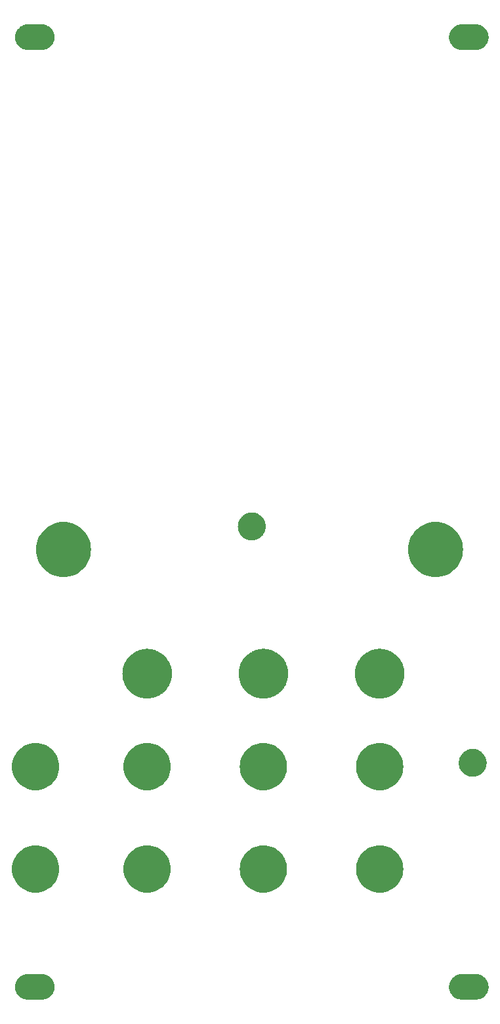
<source format=gbr>
G04 #@! TF.GenerationSoftware,KiCad,Pcbnew,8.0.8*
G04 #@! TF.CreationDate,2025-06-13T11:57:10+01:00*
G04 #@! TF.ProjectId,oscar_panel_nousb_variant,6f736361-725f-4706-916e-656c5f6e6f75,rev?*
G04 #@! TF.SameCoordinates,Original*
G04 #@! TF.FileFunction,Soldermask,Bot*
G04 #@! TF.FilePolarity,Negative*
%FSLAX46Y46*%
G04 Gerber Fmt 4.6, Leading zero omitted, Abs format (unit mm)*
G04 Created by KiCad (PCBNEW 8.0.8) date 2025-06-13 11:57:10*
%MOMM*%
%LPD*%
G01*
G04 APERTURE LIST*
G04 APERTURE END LIST*
G36*
X108410207Y-158749401D02*
G01*
X108505924Y-158752534D01*
X108512716Y-158753428D01*
X108529536Y-158754089D01*
X108587643Y-158763292D01*
X108722042Y-158780986D01*
X108754837Y-158789773D01*
X108785418Y-158794617D01*
X108844229Y-158813726D01*
X108930611Y-158836872D01*
X108985724Y-158859700D01*
X109031810Y-158874675D01*
X109074987Y-158896674D01*
X109130099Y-158919503D01*
X109207539Y-158964213D01*
X109262645Y-158992291D01*
X109287697Y-159010492D01*
X109317096Y-159027466D01*
X109424651Y-159109995D01*
X109472239Y-159144570D01*
X109480579Y-159152910D01*
X109488401Y-159158912D01*
X109641087Y-159311598D01*
X109647088Y-159319419D01*
X109655430Y-159327761D01*
X109690008Y-159375354D01*
X109772533Y-159482903D01*
X109789505Y-159512299D01*
X109807709Y-159537355D01*
X109835789Y-159592466D01*
X109880496Y-159669900D01*
X109903321Y-159725006D01*
X109925325Y-159768190D01*
X109940301Y-159814282D01*
X109963127Y-159869388D01*
X109986269Y-159955757D01*
X110005383Y-160014582D01*
X110010227Y-160045169D01*
X110019013Y-160077957D01*
X110036703Y-160212327D01*
X110045911Y-160270464D01*
X110045911Y-160282269D01*
X110047197Y-160292038D01*
X110047197Y-160507961D01*
X110045911Y-160517729D01*
X110045911Y-160529536D01*
X110036702Y-160587677D01*
X110019013Y-160722042D01*
X110010228Y-160754827D01*
X110005383Y-160785418D01*
X109986268Y-160844246D01*
X109963127Y-160930611D01*
X109940302Y-160985713D01*
X109925325Y-161031810D01*
X109903319Y-161074997D01*
X109880496Y-161130099D01*
X109835793Y-161207525D01*
X109807709Y-161262645D01*
X109789502Y-161287704D01*
X109772533Y-161317096D01*
X109690022Y-161424627D01*
X109655430Y-161472239D01*
X109647085Y-161480583D01*
X109641087Y-161488401D01*
X109488401Y-161641087D01*
X109480583Y-161647085D01*
X109472239Y-161655430D01*
X109424627Y-161690022D01*
X109317096Y-161772533D01*
X109287704Y-161789502D01*
X109262645Y-161807709D01*
X109207525Y-161835793D01*
X109130099Y-161880496D01*
X109074997Y-161903319D01*
X109031810Y-161925325D01*
X108985713Y-161940302D01*
X108930611Y-161963127D01*
X108844246Y-161986268D01*
X108785418Y-162005383D01*
X108754827Y-162010228D01*
X108722042Y-162019013D01*
X108587681Y-162036701D01*
X108529536Y-162045911D01*
X108512705Y-162046572D01*
X108505924Y-162047465D01*
X108410224Y-162050598D01*
X108400000Y-162051000D01*
X108397956Y-162051000D01*
X106602044Y-162051000D01*
X106600000Y-162051000D01*
X106589775Y-162050598D01*
X106494075Y-162047465D01*
X106487293Y-162046572D01*
X106470464Y-162045911D01*
X106412323Y-162036702D01*
X106277957Y-162019013D01*
X106245169Y-162010227D01*
X106214582Y-162005383D01*
X106155757Y-161986269D01*
X106069388Y-161963127D01*
X106014282Y-161940301D01*
X105968190Y-161925325D01*
X105925006Y-161903321D01*
X105869900Y-161880496D01*
X105792466Y-161835789D01*
X105737355Y-161807709D01*
X105712299Y-161789505D01*
X105682903Y-161772533D01*
X105575354Y-161690008D01*
X105527761Y-161655430D01*
X105519419Y-161647088D01*
X105511598Y-161641087D01*
X105358912Y-161488401D01*
X105352910Y-161480579D01*
X105344570Y-161472239D01*
X105309995Y-161424651D01*
X105227466Y-161317096D01*
X105210492Y-161287697D01*
X105192291Y-161262645D01*
X105164213Y-161207539D01*
X105119503Y-161130099D01*
X105096674Y-161074987D01*
X105074675Y-161031810D01*
X105059700Y-160985724D01*
X105036872Y-160930611D01*
X105013726Y-160844229D01*
X104994617Y-160785418D01*
X104989773Y-160754837D01*
X104980986Y-160722042D01*
X104963295Y-160587663D01*
X104954089Y-160529536D01*
X104954089Y-160517729D01*
X104952803Y-160507961D01*
X104952803Y-160292038D01*
X104954089Y-160282269D01*
X104954089Y-160270464D01*
X104963294Y-160212341D01*
X104980986Y-160077957D01*
X104989773Y-160045160D01*
X104994617Y-160014582D01*
X105013724Y-159955775D01*
X105036872Y-159869388D01*
X105059702Y-159814271D01*
X105074675Y-159768190D01*
X105096672Y-159725016D01*
X105119503Y-159669900D01*
X105164217Y-159592451D01*
X105192291Y-159537355D01*
X105210489Y-159512306D01*
X105227466Y-159482903D01*
X105310009Y-159375329D01*
X105344570Y-159327761D01*
X105352906Y-159319424D01*
X105358912Y-159311598D01*
X105511598Y-159158912D01*
X105519424Y-159152906D01*
X105527761Y-159144570D01*
X105575329Y-159110009D01*
X105682903Y-159027466D01*
X105712306Y-159010489D01*
X105737355Y-158992291D01*
X105792451Y-158964217D01*
X105869900Y-158919503D01*
X105925016Y-158896672D01*
X105968190Y-158874675D01*
X106014271Y-158859702D01*
X106069388Y-158836872D01*
X106155775Y-158813724D01*
X106214582Y-158794617D01*
X106245160Y-158789773D01*
X106277957Y-158780986D01*
X106412361Y-158763291D01*
X106470464Y-158754089D01*
X106487282Y-158753428D01*
X106494075Y-158752534D01*
X106589793Y-158749400D01*
X106600000Y-158749000D01*
X108400000Y-158749000D01*
X108410207Y-158749401D01*
G37*
G36*
X164410207Y-158749401D02*
G01*
X164505924Y-158752534D01*
X164512716Y-158753428D01*
X164529536Y-158754089D01*
X164587643Y-158763292D01*
X164722042Y-158780986D01*
X164754837Y-158789773D01*
X164785418Y-158794617D01*
X164844229Y-158813726D01*
X164930611Y-158836872D01*
X164985724Y-158859700D01*
X165031810Y-158874675D01*
X165074987Y-158896674D01*
X165130099Y-158919503D01*
X165207539Y-158964213D01*
X165262645Y-158992291D01*
X165287697Y-159010492D01*
X165317096Y-159027466D01*
X165424651Y-159109995D01*
X165472239Y-159144570D01*
X165480579Y-159152910D01*
X165488401Y-159158912D01*
X165641087Y-159311598D01*
X165647088Y-159319419D01*
X165655430Y-159327761D01*
X165690008Y-159375354D01*
X165772533Y-159482903D01*
X165789505Y-159512299D01*
X165807709Y-159537355D01*
X165835789Y-159592466D01*
X165880496Y-159669900D01*
X165903321Y-159725006D01*
X165925325Y-159768190D01*
X165940301Y-159814282D01*
X165963127Y-159869388D01*
X165986269Y-159955757D01*
X166005383Y-160014582D01*
X166010227Y-160045169D01*
X166019013Y-160077957D01*
X166036703Y-160212327D01*
X166045911Y-160270464D01*
X166045911Y-160282269D01*
X166047197Y-160292038D01*
X166047197Y-160507961D01*
X166045911Y-160517729D01*
X166045911Y-160529536D01*
X166036702Y-160587677D01*
X166019013Y-160722042D01*
X166010228Y-160754827D01*
X166005383Y-160785418D01*
X165986268Y-160844246D01*
X165963127Y-160930611D01*
X165940302Y-160985713D01*
X165925325Y-161031810D01*
X165903319Y-161074997D01*
X165880496Y-161130099D01*
X165835793Y-161207525D01*
X165807709Y-161262645D01*
X165789502Y-161287704D01*
X165772533Y-161317096D01*
X165690022Y-161424627D01*
X165655430Y-161472239D01*
X165647085Y-161480583D01*
X165641087Y-161488401D01*
X165488401Y-161641087D01*
X165480583Y-161647085D01*
X165472239Y-161655430D01*
X165424627Y-161690022D01*
X165317096Y-161772533D01*
X165287704Y-161789502D01*
X165262645Y-161807709D01*
X165207525Y-161835793D01*
X165130099Y-161880496D01*
X165074997Y-161903319D01*
X165031810Y-161925325D01*
X164985713Y-161940302D01*
X164930611Y-161963127D01*
X164844246Y-161986268D01*
X164785418Y-162005383D01*
X164754827Y-162010228D01*
X164722042Y-162019013D01*
X164587681Y-162036701D01*
X164529536Y-162045911D01*
X164512705Y-162046572D01*
X164505924Y-162047465D01*
X164410224Y-162050598D01*
X164400000Y-162051000D01*
X164397956Y-162051000D01*
X162602044Y-162051000D01*
X162600000Y-162051000D01*
X162589775Y-162050598D01*
X162494075Y-162047465D01*
X162487293Y-162046572D01*
X162470464Y-162045911D01*
X162412323Y-162036702D01*
X162277957Y-162019013D01*
X162245169Y-162010227D01*
X162214582Y-162005383D01*
X162155757Y-161986269D01*
X162069388Y-161963127D01*
X162014282Y-161940301D01*
X161968190Y-161925325D01*
X161925006Y-161903321D01*
X161869900Y-161880496D01*
X161792466Y-161835789D01*
X161737355Y-161807709D01*
X161712299Y-161789505D01*
X161682903Y-161772533D01*
X161575354Y-161690008D01*
X161527761Y-161655430D01*
X161519419Y-161647088D01*
X161511598Y-161641087D01*
X161358912Y-161488401D01*
X161352910Y-161480579D01*
X161344570Y-161472239D01*
X161309995Y-161424651D01*
X161227466Y-161317096D01*
X161210492Y-161287697D01*
X161192291Y-161262645D01*
X161164213Y-161207539D01*
X161119503Y-161130099D01*
X161096674Y-161074987D01*
X161074675Y-161031810D01*
X161059700Y-160985724D01*
X161036872Y-160930611D01*
X161013726Y-160844229D01*
X160994617Y-160785418D01*
X160989773Y-160754837D01*
X160980986Y-160722042D01*
X160963295Y-160587663D01*
X160954089Y-160529536D01*
X160954089Y-160517729D01*
X160952803Y-160507961D01*
X160952803Y-160292038D01*
X160954089Y-160282269D01*
X160954089Y-160270464D01*
X160963294Y-160212341D01*
X160980986Y-160077957D01*
X160989773Y-160045160D01*
X160994617Y-160014582D01*
X161013724Y-159955775D01*
X161036872Y-159869388D01*
X161059702Y-159814271D01*
X161074675Y-159768190D01*
X161096672Y-159725016D01*
X161119503Y-159669900D01*
X161164217Y-159592451D01*
X161192291Y-159537355D01*
X161210489Y-159512306D01*
X161227466Y-159482903D01*
X161310009Y-159375329D01*
X161344570Y-159327761D01*
X161352906Y-159319424D01*
X161358912Y-159311598D01*
X161511598Y-159158912D01*
X161519424Y-159152906D01*
X161527761Y-159144570D01*
X161575329Y-159110009D01*
X161682903Y-159027466D01*
X161712306Y-159010489D01*
X161737355Y-158992291D01*
X161792451Y-158964217D01*
X161869900Y-158919503D01*
X161925016Y-158896672D01*
X161968190Y-158874675D01*
X162014271Y-158859702D01*
X162069388Y-158836872D01*
X162155775Y-158813724D01*
X162214582Y-158794617D01*
X162245160Y-158789773D01*
X162277957Y-158780986D01*
X162412361Y-158763291D01*
X162470464Y-158754089D01*
X162487282Y-158753428D01*
X162494075Y-158752534D01*
X162589793Y-158749400D01*
X162600000Y-158749000D01*
X164400000Y-158749000D01*
X164410207Y-158749401D01*
G37*
G36*
X107941604Y-142168184D02*
G01*
X108278911Y-142225495D01*
X108607681Y-142320212D01*
X108923779Y-142451144D01*
X109223230Y-142616644D01*
X109502267Y-142814632D01*
X109757383Y-143042617D01*
X109985368Y-143297733D01*
X110183356Y-143576770D01*
X110348856Y-143876221D01*
X110479788Y-144192319D01*
X110574505Y-144521089D01*
X110631816Y-144858396D01*
X110651000Y-145200000D01*
X110631816Y-145541604D01*
X110574505Y-145878911D01*
X110479788Y-146207681D01*
X110348856Y-146523779D01*
X110183356Y-146823230D01*
X109985368Y-147102267D01*
X109757383Y-147357383D01*
X109502267Y-147585368D01*
X109223230Y-147783356D01*
X108923779Y-147948856D01*
X108607681Y-148079788D01*
X108278911Y-148174505D01*
X107941604Y-148231816D01*
X107600000Y-148251000D01*
X107258396Y-148231816D01*
X106921089Y-148174505D01*
X106592319Y-148079788D01*
X106276221Y-147948856D01*
X105976770Y-147783356D01*
X105697733Y-147585368D01*
X105442617Y-147357383D01*
X105214632Y-147102267D01*
X105016644Y-146823230D01*
X104851144Y-146523779D01*
X104720212Y-146207681D01*
X104625495Y-145878911D01*
X104568184Y-145541604D01*
X104549000Y-145200000D01*
X104568184Y-144858396D01*
X104625495Y-144521089D01*
X104720212Y-144192319D01*
X104851144Y-143876221D01*
X105016644Y-143576770D01*
X105214632Y-143297733D01*
X105442617Y-143042617D01*
X105697733Y-142814632D01*
X105976770Y-142616644D01*
X106276221Y-142451144D01*
X106592319Y-142320212D01*
X106921089Y-142225495D01*
X107258396Y-142168184D01*
X107600000Y-142149000D01*
X107941604Y-142168184D01*
G37*
G36*
X122341604Y-142168184D02*
G01*
X122678911Y-142225495D01*
X123007681Y-142320212D01*
X123323779Y-142451144D01*
X123623230Y-142616644D01*
X123902267Y-142814632D01*
X124157383Y-143042617D01*
X124385368Y-143297733D01*
X124583356Y-143576770D01*
X124748856Y-143876221D01*
X124879788Y-144192319D01*
X124974505Y-144521089D01*
X125031816Y-144858396D01*
X125051000Y-145200000D01*
X125031816Y-145541604D01*
X124974505Y-145878911D01*
X124879788Y-146207681D01*
X124748856Y-146523779D01*
X124583356Y-146823230D01*
X124385368Y-147102267D01*
X124157383Y-147357383D01*
X123902267Y-147585368D01*
X123623230Y-147783356D01*
X123323779Y-147948856D01*
X123007681Y-148079788D01*
X122678911Y-148174505D01*
X122341604Y-148231816D01*
X122000000Y-148251000D01*
X121658396Y-148231816D01*
X121321089Y-148174505D01*
X120992319Y-148079788D01*
X120676221Y-147948856D01*
X120376770Y-147783356D01*
X120097733Y-147585368D01*
X119842617Y-147357383D01*
X119614632Y-147102267D01*
X119416644Y-146823230D01*
X119251144Y-146523779D01*
X119120212Y-146207681D01*
X119025495Y-145878911D01*
X118968184Y-145541604D01*
X118949000Y-145200000D01*
X118968184Y-144858396D01*
X119025495Y-144521089D01*
X119120212Y-144192319D01*
X119251144Y-143876221D01*
X119416644Y-143576770D01*
X119614632Y-143297733D01*
X119842617Y-143042617D01*
X120097733Y-142814632D01*
X120376770Y-142616644D01*
X120676221Y-142451144D01*
X120992319Y-142320212D01*
X121321089Y-142225495D01*
X121658396Y-142168184D01*
X122000000Y-142149000D01*
X122341604Y-142168184D01*
G37*
G36*
X137341604Y-142168184D02*
G01*
X137678911Y-142225495D01*
X138007681Y-142320212D01*
X138323779Y-142451144D01*
X138623230Y-142616644D01*
X138902267Y-142814632D01*
X139157383Y-143042617D01*
X139385368Y-143297733D01*
X139583356Y-143576770D01*
X139748856Y-143876221D01*
X139879788Y-144192319D01*
X139974505Y-144521089D01*
X140031816Y-144858396D01*
X140051000Y-145200000D01*
X140031816Y-145541604D01*
X139974505Y-145878911D01*
X139879788Y-146207681D01*
X139748856Y-146523779D01*
X139583356Y-146823230D01*
X139385368Y-147102267D01*
X139157383Y-147357383D01*
X138902267Y-147585368D01*
X138623230Y-147783356D01*
X138323779Y-147948856D01*
X138007681Y-148079788D01*
X137678911Y-148174505D01*
X137341604Y-148231816D01*
X137000000Y-148251000D01*
X136658396Y-148231816D01*
X136321089Y-148174505D01*
X135992319Y-148079788D01*
X135676221Y-147948856D01*
X135376770Y-147783356D01*
X135097733Y-147585368D01*
X134842617Y-147357383D01*
X134614632Y-147102267D01*
X134416644Y-146823230D01*
X134251144Y-146523779D01*
X134120212Y-146207681D01*
X134025495Y-145878911D01*
X133968184Y-145541604D01*
X133949000Y-145200000D01*
X133968184Y-144858396D01*
X134025495Y-144521089D01*
X134120212Y-144192319D01*
X134251144Y-143876221D01*
X134416644Y-143576770D01*
X134614632Y-143297733D01*
X134842617Y-143042617D01*
X135097733Y-142814632D01*
X135376770Y-142616644D01*
X135676221Y-142451144D01*
X135992319Y-142320212D01*
X136321089Y-142225495D01*
X136658396Y-142168184D01*
X137000000Y-142149000D01*
X137341604Y-142168184D01*
G37*
G36*
X152341604Y-142168184D02*
G01*
X152678911Y-142225495D01*
X153007681Y-142320212D01*
X153323779Y-142451144D01*
X153623230Y-142616644D01*
X153902267Y-142814632D01*
X154157383Y-143042617D01*
X154385368Y-143297733D01*
X154583356Y-143576770D01*
X154748856Y-143876221D01*
X154879788Y-144192319D01*
X154974505Y-144521089D01*
X155031816Y-144858396D01*
X155051000Y-145200000D01*
X155031816Y-145541604D01*
X154974505Y-145878911D01*
X154879788Y-146207681D01*
X154748856Y-146523779D01*
X154583356Y-146823230D01*
X154385368Y-147102267D01*
X154157383Y-147357383D01*
X153902267Y-147585368D01*
X153623230Y-147783356D01*
X153323779Y-147948856D01*
X153007681Y-148079788D01*
X152678911Y-148174505D01*
X152341604Y-148231816D01*
X152000000Y-148251000D01*
X151658396Y-148231816D01*
X151321089Y-148174505D01*
X150992319Y-148079788D01*
X150676221Y-147948856D01*
X150376770Y-147783356D01*
X150097733Y-147585368D01*
X149842617Y-147357383D01*
X149614632Y-147102267D01*
X149416644Y-146823230D01*
X149251144Y-146523779D01*
X149120212Y-146207681D01*
X149025495Y-145878911D01*
X148968184Y-145541604D01*
X148949000Y-145200000D01*
X148968184Y-144858396D01*
X149025495Y-144521089D01*
X149120212Y-144192319D01*
X149251144Y-143876221D01*
X149416644Y-143576770D01*
X149614632Y-143297733D01*
X149842617Y-143042617D01*
X150097733Y-142814632D01*
X150376770Y-142616644D01*
X150676221Y-142451144D01*
X150992319Y-142320212D01*
X151321089Y-142225495D01*
X151658396Y-142168184D01*
X152000000Y-142149000D01*
X152341604Y-142168184D01*
G37*
G36*
X107941604Y-128968184D02*
G01*
X108278911Y-129025495D01*
X108607681Y-129120212D01*
X108923779Y-129251144D01*
X109223230Y-129416644D01*
X109502267Y-129614632D01*
X109757383Y-129842617D01*
X109985368Y-130097733D01*
X110183356Y-130376770D01*
X110348856Y-130676221D01*
X110479788Y-130992319D01*
X110574505Y-131321089D01*
X110631816Y-131658396D01*
X110651000Y-132000000D01*
X110631816Y-132341604D01*
X110574505Y-132678911D01*
X110479788Y-133007681D01*
X110348856Y-133323779D01*
X110183356Y-133623230D01*
X109985368Y-133902267D01*
X109757383Y-134157383D01*
X109502267Y-134385368D01*
X109223230Y-134583356D01*
X108923779Y-134748856D01*
X108607681Y-134879788D01*
X108278911Y-134974505D01*
X107941604Y-135031816D01*
X107600000Y-135051000D01*
X107258396Y-135031816D01*
X106921089Y-134974505D01*
X106592319Y-134879788D01*
X106276221Y-134748856D01*
X105976770Y-134583356D01*
X105697733Y-134385368D01*
X105442617Y-134157383D01*
X105214632Y-133902267D01*
X105016644Y-133623230D01*
X104851144Y-133323779D01*
X104720212Y-133007681D01*
X104625495Y-132678911D01*
X104568184Y-132341604D01*
X104549000Y-132000000D01*
X104568184Y-131658396D01*
X104625495Y-131321089D01*
X104720212Y-130992319D01*
X104851144Y-130676221D01*
X105016644Y-130376770D01*
X105214632Y-130097733D01*
X105442617Y-129842617D01*
X105697733Y-129614632D01*
X105976770Y-129416644D01*
X106276221Y-129251144D01*
X106592319Y-129120212D01*
X106921089Y-129025495D01*
X107258396Y-128968184D01*
X107600000Y-128949000D01*
X107941604Y-128968184D01*
G37*
G36*
X122341604Y-128968184D02*
G01*
X122678911Y-129025495D01*
X123007681Y-129120212D01*
X123323779Y-129251144D01*
X123623230Y-129416644D01*
X123902267Y-129614632D01*
X124157383Y-129842617D01*
X124385368Y-130097733D01*
X124583356Y-130376770D01*
X124748856Y-130676221D01*
X124879788Y-130992319D01*
X124974505Y-131321089D01*
X125031816Y-131658396D01*
X125051000Y-132000000D01*
X125031816Y-132341604D01*
X124974505Y-132678911D01*
X124879788Y-133007681D01*
X124748856Y-133323779D01*
X124583356Y-133623230D01*
X124385368Y-133902267D01*
X124157383Y-134157383D01*
X123902267Y-134385368D01*
X123623230Y-134583356D01*
X123323779Y-134748856D01*
X123007681Y-134879788D01*
X122678911Y-134974505D01*
X122341604Y-135031816D01*
X122000000Y-135051000D01*
X121658396Y-135031816D01*
X121321089Y-134974505D01*
X120992319Y-134879788D01*
X120676221Y-134748856D01*
X120376770Y-134583356D01*
X120097733Y-134385368D01*
X119842617Y-134157383D01*
X119614632Y-133902267D01*
X119416644Y-133623230D01*
X119251144Y-133323779D01*
X119120212Y-133007681D01*
X119025495Y-132678911D01*
X118968184Y-132341604D01*
X118949000Y-132000000D01*
X118968184Y-131658396D01*
X119025495Y-131321089D01*
X119120212Y-130992319D01*
X119251144Y-130676221D01*
X119416644Y-130376770D01*
X119614632Y-130097733D01*
X119842617Y-129842617D01*
X120097733Y-129614632D01*
X120376770Y-129416644D01*
X120676221Y-129251144D01*
X120992319Y-129120212D01*
X121321089Y-129025495D01*
X121658396Y-128968184D01*
X122000000Y-128949000D01*
X122341604Y-128968184D01*
G37*
G36*
X137341604Y-128968184D02*
G01*
X137678911Y-129025495D01*
X138007681Y-129120212D01*
X138323779Y-129251144D01*
X138623230Y-129416644D01*
X138902267Y-129614632D01*
X139157383Y-129842617D01*
X139385368Y-130097733D01*
X139583356Y-130376770D01*
X139748856Y-130676221D01*
X139879788Y-130992319D01*
X139974505Y-131321089D01*
X140031816Y-131658396D01*
X140051000Y-132000000D01*
X140031816Y-132341604D01*
X139974505Y-132678911D01*
X139879788Y-133007681D01*
X139748856Y-133323779D01*
X139583356Y-133623230D01*
X139385368Y-133902267D01*
X139157383Y-134157383D01*
X138902267Y-134385368D01*
X138623230Y-134583356D01*
X138323779Y-134748856D01*
X138007681Y-134879788D01*
X137678911Y-134974505D01*
X137341604Y-135031816D01*
X137000000Y-135051000D01*
X136658396Y-135031816D01*
X136321089Y-134974505D01*
X135992319Y-134879788D01*
X135676221Y-134748856D01*
X135376770Y-134583356D01*
X135097733Y-134385368D01*
X134842617Y-134157383D01*
X134614632Y-133902267D01*
X134416644Y-133623230D01*
X134251144Y-133323779D01*
X134120212Y-133007681D01*
X134025495Y-132678911D01*
X133968184Y-132341604D01*
X133949000Y-132000000D01*
X133968184Y-131658396D01*
X134025495Y-131321089D01*
X134120212Y-130992319D01*
X134251144Y-130676221D01*
X134416644Y-130376770D01*
X134614632Y-130097733D01*
X134842617Y-129842617D01*
X135097733Y-129614632D01*
X135376770Y-129416644D01*
X135676221Y-129251144D01*
X135992319Y-129120212D01*
X136321089Y-129025495D01*
X136658396Y-128968184D01*
X137000000Y-128949000D01*
X137341604Y-128968184D01*
G37*
G36*
X152341604Y-128968184D02*
G01*
X152678911Y-129025495D01*
X153007681Y-129120212D01*
X153323779Y-129251144D01*
X153623230Y-129416644D01*
X153902267Y-129614632D01*
X154157383Y-129842617D01*
X154385368Y-130097733D01*
X154583356Y-130376770D01*
X154748856Y-130676221D01*
X154879788Y-130992319D01*
X154974505Y-131321089D01*
X155031816Y-131658396D01*
X155051000Y-132000000D01*
X155031816Y-132341604D01*
X154974505Y-132678911D01*
X154879788Y-133007681D01*
X154748856Y-133323779D01*
X154583356Y-133623230D01*
X154385368Y-133902267D01*
X154157383Y-134157383D01*
X153902267Y-134385368D01*
X153623230Y-134583356D01*
X153323779Y-134748856D01*
X153007681Y-134879788D01*
X152678911Y-134974505D01*
X152341604Y-135031816D01*
X152000000Y-135051000D01*
X151658396Y-135031816D01*
X151321089Y-134974505D01*
X150992319Y-134879788D01*
X150676221Y-134748856D01*
X150376770Y-134583356D01*
X150097733Y-134385368D01*
X149842617Y-134157383D01*
X149614632Y-133902267D01*
X149416644Y-133623230D01*
X149251144Y-133323779D01*
X149120212Y-133007681D01*
X149025495Y-132678911D01*
X148968184Y-132341604D01*
X148949000Y-132000000D01*
X148968184Y-131658396D01*
X149025495Y-131321089D01*
X149120212Y-130992319D01*
X149251144Y-130676221D01*
X149416644Y-130376770D01*
X149614632Y-130097733D01*
X149842617Y-129842617D01*
X150097733Y-129614632D01*
X150376770Y-129416644D01*
X150676221Y-129251144D01*
X150992319Y-129120212D01*
X151321089Y-129025495D01*
X151658396Y-128968184D01*
X152000000Y-128949000D01*
X152341604Y-128968184D01*
G37*
G36*
X164065951Y-129704036D02*
G01*
X164134589Y-129704036D01*
X164196570Y-129713378D01*
X164256269Y-129717648D01*
X164327044Y-129733044D01*
X164400760Y-129744155D01*
X164454924Y-129760862D01*
X164507305Y-129772257D01*
X164581110Y-129799785D01*
X164657979Y-129823496D01*
X164703658Y-129845493D01*
X164748030Y-129862044D01*
X164822770Y-129902855D01*
X164900500Y-129940288D01*
X164937412Y-129965454D01*
X164973522Y-129985172D01*
X165046907Y-130040107D01*
X165122905Y-130091922D01*
X165151220Y-130118194D01*
X165179192Y-130139134D01*
X165248708Y-130208650D01*
X165320226Y-130275009D01*
X165340540Y-130300482D01*
X165360865Y-130320807D01*
X165423896Y-130405007D01*
X165488056Y-130485461D01*
X165501317Y-130508429D01*
X165514827Y-130526477D01*
X165568719Y-130625173D01*
X165622645Y-130718575D01*
X165630119Y-130737618D01*
X165637955Y-130751969D01*
X165680138Y-130865066D01*
X165720987Y-130969146D01*
X165724184Y-130983157D01*
X165727742Y-130992694D01*
X165755789Y-131121626D01*
X165780884Y-131231575D01*
X165781502Y-131239830D01*
X165782351Y-131243730D01*
X165793985Y-131406395D01*
X165801000Y-131500000D01*
X165793984Y-131593612D01*
X165782351Y-131756269D01*
X165781502Y-131760168D01*
X165780884Y-131768425D01*
X165755784Y-131878393D01*
X165727742Y-132007305D01*
X165724185Y-132016840D01*
X165720987Y-132030854D01*
X165680131Y-132134952D01*
X165637955Y-132248030D01*
X165630120Y-132262377D01*
X165622645Y-132281425D01*
X165568709Y-132374843D01*
X165514827Y-132473522D01*
X165501319Y-132491565D01*
X165488056Y-132514539D01*
X165423884Y-132595007D01*
X165360865Y-132679192D01*
X165340544Y-132699512D01*
X165320226Y-132724991D01*
X165248694Y-132791362D01*
X165179192Y-132860865D01*
X165151225Y-132881800D01*
X165122905Y-132908078D01*
X165046892Y-132959902D01*
X164973522Y-133014827D01*
X164937420Y-133034540D01*
X164900500Y-133059712D01*
X164822755Y-133097151D01*
X164748030Y-133137955D01*
X164703667Y-133154501D01*
X164657979Y-133176504D01*
X164581094Y-133200219D01*
X164507305Y-133227742D01*
X164454935Y-133239134D01*
X164400760Y-133255845D01*
X164327029Y-133266958D01*
X164256269Y-133282351D01*
X164196582Y-133286619D01*
X164134589Y-133295964D01*
X164065937Y-133295964D01*
X164000000Y-133300680D01*
X163934062Y-133295964D01*
X163865411Y-133295964D01*
X163803418Y-133286620D01*
X163743730Y-133282351D01*
X163672967Y-133266957D01*
X163599240Y-133255845D01*
X163545066Y-133239134D01*
X163492694Y-133227742D01*
X163418899Y-133200217D01*
X163342021Y-133176504D01*
X163296336Y-133154503D01*
X163251969Y-133137955D01*
X163177236Y-133097147D01*
X163099500Y-133059712D01*
X163062583Y-133034542D01*
X163026477Y-133014827D01*
X162953095Y-132959894D01*
X162877095Y-132908078D01*
X162848778Y-132881803D01*
X162820807Y-132860865D01*
X162751291Y-132791349D01*
X162679774Y-132724991D01*
X162659459Y-132699517D01*
X162639134Y-132679192D01*
X162576099Y-132594986D01*
X162511944Y-132514539D01*
X162498683Y-132491571D01*
X162485172Y-132473522D01*
X162431272Y-132374812D01*
X162377355Y-132281425D01*
X162369882Y-132262384D01*
X162362044Y-132248030D01*
X162319848Y-132134901D01*
X162279013Y-132030854D01*
X162275816Y-132016847D01*
X162272257Y-132007305D01*
X162244193Y-131878300D01*
X162219116Y-131768425D01*
X162218497Y-131760175D01*
X162217648Y-131756269D01*
X162205993Y-131593319D01*
X162199000Y-131500000D01*
X162205992Y-131406687D01*
X162217648Y-131243730D01*
X162218497Y-131239823D01*
X162219116Y-131231575D01*
X162244189Y-131121720D01*
X162272257Y-130992694D01*
X162275816Y-130983150D01*
X162279013Y-130969146D01*
X162319840Y-130865118D01*
X162362044Y-130751969D01*
X162369883Y-130737612D01*
X162377355Y-130718575D01*
X162431262Y-130625205D01*
X162485172Y-130526477D01*
X162498686Y-130508424D01*
X162511944Y-130485461D01*
X162576086Y-130405028D01*
X162639134Y-130320807D01*
X162659463Y-130300477D01*
X162679774Y-130275009D01*
X162751277Y-130208663D01*
X162820807Y-130139134D01*
X162848783Y-130118190D01*
X162877095Y-130091922D01*
X162953080Y-130040115D01*
X163026477Y-129985172D01*
X163062591Y-129965452D01*
X163099500Y-129940288D01*
X163177220Y-129902859D01*
X163251969Y-129862044D01*
X163296345Y-129845492D01*
X163342021Y-129823496D01*
X163418884Y-129799787D01*
X163492694Y-129772257D01*
X163545077Y-129760861D01*
X163599240Y-129744155D01*
X163672952Y-129733044D01*
X163743730Y-129717648D01*
X163803430Y-129713378D01*
X163865411Y-129704036D01*
X163934048Y-129704036D01*
X164000000Y-129699319D01*
X164065951Y-129704036D01*
G37*
G36*
X122086862Y-116803878D02*
G01*
X122173291Y-116803878D01*
X122265573Y-116813914D01*
X122358398Y-116819127D01*
X122438233Y-116832691D01*
X122517829Y-116841348D01*
X122614771Y-116862686D01*
X122712290Y-116879256D01*
X122784323Y-116900008D01*
X122856310Y-116915854D01*
X122956489Y-116949608D01*
X123057223Y-116978629D01*
X123120893Y-117005002D01*
X123184744Y-117026516D01*
X123286618Y-117073647D01*
X123388862Y-117115999D01*
X123443866Y-117146398D01*
X123499291Y-117172041D01*
X123601130Y-117233315D01*
X123703035Y-117289636D01*
X123749327Y-117322482D01*
X123796256Y-117350718D01*
X123896191Y-117426687D01*
X123995791Y-117497357D01*
X124033587Y-117531133D01*
X124072161Y-117560457D01*
X124168231Y-117651459D01*
X124263449Y-117736551D01*
X124293158Y-117769796D01*
X124323781Y-117798803D01*
X124414010Y-117905029D01*
X124502643Y-118004209D01*
X124524904Y-118035583D01*
X124548148Y-118062948D01*
X124630480Y-118184379D01*
X124710364Y-118296965D01*
X124726012Y-118325278D01*
X124742641Y-118349804D01*
X124815033Y-118486350D01*
X124884001Y-118611138D01*
X124894036Y-118635365D01*
X124904983Y-118656013D01*
X124965431Y-118807726D01*
X125021371Y-118942777D01*
X125026935Y-118962090D01*
X125033262Y-118977970D01*
X125079838Y-119145723D01*
X125120744Y-119287710D01*
X125123082Y-119301474D01*
X125125984Y-119311924D01*
X125156917Y-119500612D01*
X125180873Y-119641602D01*
X125181311Y-119649407D01*
X125182052Y-119653925D01*
X125195670Y-119905094D01*
X125201000Y-120000000D01*
X125195669Y-120094912D01*
X125182052Y-120346074D01*
X125181311Y-120350591D01*
X125180873Y-120358398D01*
X125156913Y-120499414D01*
X125125984Y-120688075D01*
X125123083Y-120698523D01*
X125120744Y-120712290D01*
X125079830Y-120854303D01*
X125033262Y-121022029D01*
X125026936Y-121037905D01*
X125021371Y-121057223D01*
X124965420Y-121192298D01*
X124904983Y-121343986D01*
X124894038Y-121364629D01*
X124884001Y-121388862D01*
X124815020Y-121513673D01*
X124742641Y-121650195D01*
X124726015Y-121674716D01*
X124710364Y-121703035D01*
X124630465Y-121815641D01*
X124548148Y-121937051D01*
X124524908Y-121964410D01*
X124502643Y-121995791D01*
X124413993Y-122094990D01*
X124323781Y-122201196D01*
X124293164Y-122230197D01*
X124263449Y-122263449D01*
X124168212Y-122348557D01*
X124072161Y-122439542D01*
X124033594Y-122468859D01*
X123995791Y-122502643D01*
X123896172Y-122573326D01*
X123796256Y-122649281D01*
X123749336Y-122677511D01*
X123703035Y-122710364D01*
X123601109Y-122766696D01*
X123499291Y-122827958D01*
X123443877Y-122853594D01*
X123388862Y-122884001D01*
X123286597Y-122926360D01*
X123184744Y-122973483D01*
X123120906Y-122994992D01*
X123057223Y-123021371D01*
X122956469Y-123050397D01*
X122856310Y-123084145D01*
X122784338Y-123099987D01*
X122712290Y-123120744D01*
X122614751Y-123137316D01*
X122517829Y-123158651D01*
X122438245Y-123167306D01*
X122358398Y-123180873D01*
X122265568Y-123186086D01*
X122173291Y-123196122D01*
X122086862Y-123196122D01*
X122000000Y-123201000D01*
X121913138Y-123196122D01*
X121826709Y-123196122D01*
X121734430Y-123186086D01*
X121641602Y-123180873D01*
X121561755Y-123167306D01*
X121482170Y-123158651D01*
X121385244Y-123137315D01*
X121287710Y-123120744D01*
X121215664Y-123099988D01*
X121143689Y-123084145D01*
X121043523Y-123050395D01*
X120942777Y-123021371D01*
X120879097Y-122994994D01*
X120815255Y-122973483D01*
X120713393Y-122926356D01*
X120611138Y-122884001D01*
X120556127Y-122853597D01*
X120500708Y-122827958D01*
X120398877Y-122766689D01*
X120296965Y-122710364D01*
X120250668Y-122677515D01*
X120203743Y-122649281D01*
X120103812Y-122573315D01*
X120004209Y-122502643D01*
X119966411Y-122468864D01*
X119927838Y-122439542D01*
X119831769Y-122348541D01*
X119736551Y-122263449D01*
X119706840Y-122230203D01*
X119676218Y-122201196D01*
X119585986Y-122094967D01*
X119497357Y-121995791D01*
X119475096Y-121964417D01*
X119451851Y-121937051D01*
X119369511Y-121815609D01*
X119289636Y-121703035D01*
X119273989Y-121674724D01*
X119257358Y-121650195D01*
X119184955Y-121513628D01*
X119115999Y-121388862D01*
X119105965Y-121364638D01*
X119095016Y-121343986D01*
X119034553Y-121192235D01*
X118978629Y-121057223D01*
X118973066Y-121037914D01*
X118966737Y-121022029D01*
X118920141Y-120854207D01*
X118879256Y-120712290D01*
X118876918Y-120698532D01*
X118874015Y-120688075D01*
X118843058Y-120499247D01*
X118819127Y-120358398D01*
X118818689Y-120350600D01*
X118817947Y-120346074D01*
X118804301Y-120094397D01*
X118799000Y-120000000D01*
X118804300Y-119905610D01*
X118817947Y-119653925D01*
X118818689Y-119649397D01*
X118819127Y-119641602D01*
X118843053Y-119500780D01*
X118874015Y-119311924D01*
X118876918Y-119301465D01*
X118879256Y-119287710D01*
X118920133Y-119145819D01*
X118966737Y-118977970D01*
X118973067Y-118962081D01*
X118978629Y-118942777D01*
X119034542Y-118807790D01*
X119095016Y-118656013D01*
X119105967Y-118635357D01*
X119115999Y-118611138D01*
X119184942Y-118486394D01*
X119257358Y-118349804D01*
X119273992Y-118325270D01*
X119289636Y-118296965D01*
X119369496Y-118184411D01*
X119451851Y-118062948D01*
X119475100Y-118035576D01*
X119497357Y-118004209D01*
X119585969Y-117905051D01*
X119676218Y-117798803D01*
X119706846Y-117769790D01*
X119736551Y-117736551D01*
X119831750Y-117651475D01*
X119927838Y-117560457D01*
X119966418Y-117531128D01*
X120004209Y-117497357D01*
X120103793Y-117426698D01*
X120203743Y-117350718D01*
X120250678Y-117322478D01*
X120296965Y-117289636D01*
X120398857Y-117233322D01*
X120500708Y-117172041D01*
X120556138Y-117146396D01*
X120611138Y-117115999D01*
X120713372Y-117073651D01*
X120815255Y-117026516D01*
X120879110Y-117005000D01*
X120942777Y-116978629D01*
X121043503Y-116949610D01*
X121143689Y-116915854D01*
X121215679Y-116900007D01*
X121287710Y-116879256D01*
X121385224Y-116862687D01*
X121482170Y-116841348D01*
X121561768Y-116832691D01*
X121641602Y-116819127D01*
X121734425Y-116813914D01*
X121826709Y-116803878D01*
X121913138Y-116803878D01*
X122000000Y-116799000D01*
X122086862Y-116803878D01*
G37*
G36*
X137086862Y-116803878D02*
G01*
X137173291Y-116803878D01*
X137265573Y-116813914D01*
X137358398Y-116819127D01*
X137438233Y-116832691D01*
X137517829Y-116841348D01*
X137614771Y-116862686D01*
X137712290Y-116879256D01*
X137784323Y-116900008D01*
X137856310Y-116915854D01*
X137956489Y-116949608D01*
X138057223Y-116978629D01*
X138120893Y-117005002D01*
X138184744Y-117026516D01*
X138286618Y-117073647D01*
X138388862Y-117115999D01*
X138443866Y-117146398D01*
X138499291Y-117172041D01*
X138601130Y-117233315D01*
X138703035Y-117289636D01*
X138749327Y-117322482D01*
X138796256Y-117350718D01*
X138896191Y-117426687D01*
X138995791Y-117497357D01*
X139033587Y-117531133D01*
X139072161Y-117560457D01*
X139168231Y-117651459D01*
X139263449Y-117736551D01*
X139293158Y-117769796D01*
X139323781Y-117798803D01*
X139414010Y-117905029D01*
X139502643Y-118004209D01*
X139524904Y-118035583D01*
X139548148Y-118062948D01*
X139630480Y-118184379D01*
X139710364Y-118296965D01*
X139726012Y-118325278D01*
X139742641Y-118349804D01*
X139815033Y-118486350D01*
X139884001Y-118611138D01*
X139894036Y-118635365D01*
X139904983Y-118656013D01*
X139965431Y-118807726D01*
X140021371Y-118942777D01*
X140026935Y-118962090D01*
X140033262Y-118977970D01*
X140079838Y-119145723D01*
X140120744Y-119287710D01*
X140123082Y-119301474D01*
X140125984Y-119311924D01*
X140156917Y-119500612D01*
X140180873Y-119641602D01*
X140181311Y-119649407D01*
X140182052Y-119653925D01*
X140195670Y-119905094D01*
X140201000Y-120000000D01*
X140195669Y-120094912D01*
X140182052Y-120346074D01*
X140181311Y-120350591D01*
X140180873Y-120358398D01*
X140156913Y-120499414D01*
X140125984Y-120688075D01*
X140123083Y-120698523D01*
X140120744Y-120712290D01*
X140079830Y-120854303D01*
X140033262Y-121022029D01*
X140026936Y-121037905D01*
X140021371Y-121057223D01*
X139965420Y-121192298D01*
X139904983Y-121343986D01*
X139894038Y-121364629D01*
X139884001Y-121388862D01*
X139815020Y-121513673D01*
X139742641Y-121650195D01*
X139726015Y-121674716D01*
X139710364Y-121703035D01*
X139630465Y-121815641D01*
X139548148Y-121937051D01*
X139524908Y-121964410D01*
X139502643Y-121995791D01*
X139413993Y-122094990D01*
X139323781Y-122201196D01*
X139293164Y-122230197D01*
X139263449Y-122263449D01*
X139168212Y-122348557D01*
X139072161Y-122439542D01*
X139033594Y-122468859D01*
X138995791Y-122502643D01*
X138896172Y-122573326D01*
X138796256Y-122649281D01*
X138749336Y-122677511D01*
X138703035Y-122710364D01*
X138601109Y-122766696D01*
X138499291Y-122827958D01*
X138443877Y-122853594D01*
X138388862Y-122884001D01*
X138286597Y-122926360D01*
X138184744Y-122973483D01*
X138120906Y-122994992D01*
X138057223Y-123021371D01*
X137956469Y-123050397D01*
X137856310Y-123084145D01*
X137784338Y-123099987D01*
X137712290Y-123120744D01*
X137614751Y-123137316D01*
X137517829Y-123158651D01*
X137438245Y-123167306D01*
X137358398Y-123180873D01*
X137265568Y-123186086D01*
X137173291Y-123196122D01*
X137086862Y-123196122D01*
X137000000Y-123201000D01*
X136913138Y-123196122D01*
X136826709Y-123196122D01*
X136734430Y-123186086D01*
X136641602Y-123180873D01*
X136561755Y-123167306D01*
X136482170Y-123158651D01*
X136385244Y-123137315D01*
X136287710Y-123120744D01*
X136215664Y-123099988D01*
X136143689Y-123084145D01*
X136043523Y-123050395D01*
X135942777Y-123021371D01*
X135879097Y-122994994D01*
X135815255Y-122973483D01*
X135713393Y-122926356D01*
X135611138Y-122884001D01*
X135556127Y-122853597D01*
X135500708Y-122827958D01*
X135398877Y-122766689D01*
X135296965Y-122710364D01*
X135250668Y-122677515D01*
X135203743Y-122649281D01*
X135103812Y-122573315D01*
X135004209Y-122502643D01*
X134966411Y-122468864D01*
X134927838Y-122439542D01*
X134831769Y-122348541D01*
X134736551Y-122263449D01*
X134706840Y-122230203D01*
X134676218Y-122201196D01*
X134585986Y-122094967D01*
X134497357Y-121995791D01*
X134475096Y-121964417D01*
X134451851Y-121937051D01*
X134369511Y-121815609D01*
X134289636Y-121703035D01*
X134273989Y-121674724D01*
X134257358Y-121650195D01*
X134184955Y-121513628D01*
X134115999Y-121388862D01*
X134105965Y-121364638D01*
X134095016Y-121343986D01*
X134034553Y-121192235D01*
X133978629Y-121057223D01*
X133973066Y-121037914D01*
X133966737Y-121022029D01*
X133920141Y-120854207D01*
X133879256Y-120712290D01*
X133876918Y-120698532D01*
X133874015Y-120688075D01*
X133843058Y-120499247D01*
X133819127Y-120358398D01*
X133818689Y-120350600D01*
X133817947Y-120346074D01*
X133804301Y-120094397D01*
X133799000Y-120000000D01*
X133804300Y-119905610D01*
X133817947Y-119653925D01*
X133818689Y-119649397D01*
X133819127Y-119641602D01*
X133843053Y-119500780D01*
X133874015Y-119311924D01*
X133876918Y-119301465D01*
X133879256Y-119287710D01*
X133920133Y-119145819D01*
X133966737Y-118977970D01*
X133973067Y-118962081D01*
X133978629Y-118942777D01*
X134034542Y-118807790D01*
X134095016Y-118656013D01*
X134105967Y-118635357D01*
X134115999Y-118611138D01*
X134184942Y-118486394D01*
X134257358Y-118349804D01*
X134273992Y-118325270D01*
X134289636Y-118296965D01*
X134369496Y-118184411D01*
X134451851Y-118062948D01*
X134475100Y-118035576D01*
X134497357Y-118004209D01*
X134585969Y-117905051D01*
X134676218Y-117798803D01*
X134706846Y-117769790D01*
X134736551Y-117736551D01*
X134831750Y-117651475D01*
X134927838Y-117560457D01*
X134966418Y-117531128D01*
X135004209Y-117497357D01*
X135103793Y-117426698D01*
X135203743Y-117350718D01*
X135250678Y-117322478D01*
X135296965Y-117289636D01*
X135398857Y-117233322D01*
X135500708Y-117172041D01*
X135556138Y-117146396D01*
X135611138Y-117115999D01*
X135713372Y-117073651D01*
X135815255Y-117026516D01*
X135879110Y-117005000D01*
X135942777Y-116978629D01*
X136043503Y-116949610D01*
X136143689Y-116915854D01*
X136215679Y-116900007D01*
X136287710Y-116879256D01*
X136385224Y-116862687D01*
X136482170Y-116841348D01*
X136561768Y-116832691D01*
X136641602Y-116819127D01*
X136734425Y-116813914D01*
X136826709Y-116803878D01*
X136913138Y-116803878D01*
X137000000Y-116799000D01*
X137086862Y-116803878D01*
G37*
G36*
X152086862Y-116803878D02*
G01*
X152173291Y-116803878D01*
X152265573Y-116813914D01*
X152358398Y-116819127D01*
X152438233Y-116832691D01*
X152517829Y-116841348D01*
X152614771Y-116862686D01*
X152712290Y-116879256D01*
X152784323Y-116900008D01*
X152856310Y-116915854D01*
X152956489Y-116949608D01*
X153057223Y-116978629D01*
X153120893Y-117005002D01*
X153184744Y-117026516D01*
X153286618Y-117073647D01*
X153388862Y-117115999D01*
X153443866Y-117146398D01*
X153499291Y-117172041D01*
X153601130Y-117233315D01*
X153703035Y-117289636D01*
X153749327Y-117322482D01*
X153796256Y-117350718D01*
X153896191Y-117426687D01*
X153995791Y-117497357D01*
X154033587Y-117531133D01*
X154072161Y-117560457D01*
X154168231Y-117651459D01*
X154263449Y-117736551D01*
X154293158Y-117769796D01*
X154323781Y-117798803D01*
X154414010Y-117905029D01*
X154502643Y-118004209D01*
X154524904Y-118035583D01*
X154548148Y-118062948D01*
X154630480Y-118184379D01*
X154710364Y-118296965D01*
X154726012Y-118325278D01*
X154742641Y-118349804D01*
X154815033Y-118486350D01*
X154884001Y-118611138D01*
X154894036Y-118635365D01*
X154904983Y-118656013D01*
X154965431Y-118807726D01*
X155021371Y-118942777D01*
X155026935Y-118962090D01*
X155033262Y-118977970D01*
X155079838Y-119145723D01*
X155120744Y-119287710D01*
X155123082Y-119301474D01*
X155125984Y-119311924D01*
X155156917Y-119500612D01*
X155180873Y-119641602D01*
X155181311Y-119649407D01*
X155182052Y-119653925D01*
X155195670Y-119905094D01*
X155201000Y-120000000D01*
X155195669Y-120094912D01*
X155182052Y-120346074D01*
X155181311Y-120350591D01*
X155180873Y-120358398D01*
X155156913Y-120499414D01*
X155125984Y-120688075D01*
X155123083Y-120698523D01*
X155120744Y-120712290D01*
X155079830Y-120854303D01*
X155033262Y-121022029D01*
X155026936Y-121037905D01*
X155021371Y-121057223D01*
X154965420Y-121192298D01*
X154904983Y-121343986D01*
X154894038Y-121364629D01*
X154884001Y-121388862D01*
X154815020Y-121513673D01*
X154742641Y-121650195D01*
X154726015Y-121674716D01*
X154710364Y-121703035D01*
X154630465Y-121815641D01*
X154548148Y-121937051D01*
X154524908Y-121964410D01*
X154502643Y-121995791D01*
X154413993Y-122094990D01*
X154323781Y-122201196D01*
X154293164Y-122230197D01*
X154263449Y-122263449D01*
X154168212Y-122348557D01*
X154072161Y-122439542D01*
X154033594Y-122468859D01*
X153995791Y-122502643D01*
X153896172Y-122573326D01*
X153796256Y-122649281D01*
X153749336Y-122677511D01*
X153703035Y-122710364D01*
X153601109Y-122766696D01*
X153499291Y-122827958D01*
X153443877Y-122853594D01*
X153388862Y-122884001D01*
X153286597Y-122926360D01*
X153184744Y-122973483D01*
X153120906Y-122994992D01*
X153057223Y-123021371D01*
X152956469Y-123050397D01*
X152856310Y-123084145D01*
X152784338Y-123099987D01*
X152712290Y-123120744D01*
X152614751Y-123137316D01*
X152517829Y-123158651D01*
X152438245Y-123167306D01*
X152358398Y-123180873D01*
X152265568Y-123186086D01*
X152173291Y-123196122D01*
X152086862Y-123196122D01*
X152000000Y-123201000D01*
X151913138Y-123196122D01*
X151826709Y-123196122D01*
X151734430Y-123186086D01*
X151641602Y-123180873D01*
X151561755Y-123167306D01*
X151482170Y-123158651D01*
X151385244Y-123137315D01*
X151287710Y-123120744D01*
X151215664Y-123099988D01*
X151143689Y-123084145D01*
X151043523Y-123050395D01*
X150942777Y-123021371D01*
X150879097Y-122994994D01*
X150815255Y-122973483D01*
X150713393Y-122926356D01*
X150611138Y-122884001D01*
X150556127Y-122853597D01*
X150500708Y-122827958D01*
X150398877Y-122766689D01*
X150296965Y-122710364D01*
X150250668Y-122677515D01*
X150203743Y-122649281D01*
X150103812Y-122573315D01*
X150004209Y-122502643D01*
X149966411Y-122468864D01*
X149927838Y-122439542D01*
X149831769Y-122348541D01*
X149736551Y-122263449D01*
X149706840Y-122230203D01*
X149676218Y-122201196D01*
X149585986Y-122094967D01*
X149497357Y-121995791D01*
X149475096Y-121964417D01*
X149451851Y-121937051D01*
X149369511Y-121815609D01*
X149289636Y-121703035D01*
X149273989Y-121674724D01*
X149257358Y-121650195D01*
X149184955Y-121513628D01*
X149115999Y-121388862D01*
X149105965Y-121364638D01*
X149095016Y-121343986D01*
X149034553Y-121192235D01*
X148978629Y-121057223D01*
X148973066Y-121037914D01*
X148966737Y-121022029D01*
X148920141Y-120854207D01*
X148879256Y-120712290D01*
X148876918Y-120698532D01*
X148874015Y-120688075D01*
X148843058Y-120499247D01*
X148819127Y-120358398D01*
X148818689Y-120350600D01*
X148817947Y-120346074D01*
X148804301Y-120094397D01*
X148799000Y-120000000D01*
X148804300Y-119905610D01*
X148817947Y-119653925D01*
X148818689Y-119649397D01*
X148819127Y-119641602D01*
X148843053Y-119500780D01*
X148874015Y-119311924D01*
X148876918Y-119301465D01*
X148879256Y-119287710D01*
X148920133Y-119145819D01*
X148966737Y-118977970D01*
X148973067Y-118962081D01*
X148978629Y-118942777D01*
X149034542Y-118807790D01*
X149095016Y-118656013D01*
X149105967Y-118635357D01*
X149115999Y-118611138D01*
X149184942Y-118486394D01*
X149257358Y-118349804D01*
X149273992Y-118325270D01*
X149289636Y-118296965D01*
X149369496Y-118184411D01*
X149451851Y-118062948D01*
X149475100Y-118035576D01*
X149497357Y-118004209D01*
X149585969Y-117905051D01*
X149676218Y-117798803D01*
X149706846Y-117769790D01*
X149736551Y-117736551D01*
X149831750Y-117651475D01*
X149927838Y-117560457D01*
X149966418Y-117531128D01*
X150004209Y-117497357D01*
X150103793Y-117426698D01*
X150203743Y-117350718D01*
X150250678Y-117322478D01*
X150296965Y-117289636D01*
X150398857Y-117233322D01*
X150500708Y-117172041D01*
X150556138Y-117146396D01*
X150611138Y-117115999D01*
X150713372Y-117073651D01*
X150815255Y-117026516D01*
X150879110Y-117005000D01*
X150942777Y-116978629D01*
X151043503Y-116949610D01*
X151143689Y-116915854D01*
X151215679Y-116900007D01*
X151287710Y-116879256D01*
X151385224Y-116862687D01*
X151482170Y-116841348D01*
X151561768Y-116832691D01*
X151641602Y-116819127D01*
X151734425Y-116813914D01*
X151826709Y-116803878D01*
X151913138Y-116803878D01*
X152000000Y-116799000D01*
X152086862Y-116803878D01*
G37*
G36*
X111571181Y-100468453D02*
G01*
X111938294Y-100526598D01*
X112297319Y-100622798D01*
X112644322Y-100756000D01*
X112975500Y-100924744D01*
X113287225Y-101127181D01*
X113576083Y-101361093D01*
X113838907Y-101623917D01*
X114072819Y-101912775D01*
X114275256Y-102224500D01*
X114444000Y-102555678D01*
X114577202Y-102902681D01*
X114673402Y-103261706D01*
X114731547Y-103628819D01*
X114751000Y-104000000D01*
X114731547Y-104371181D01*
X114673402Y-104738294D01*
X114577202Y-105097319D01*
X114444000Y-105444322D01*
X114275256Y-105775500D01*
X114072819Y-106087225D01*
X113838907Y-106376083D01*
X113576083Y-106638907D01*
X113287225Y-106872819D01*
X112975500Y-107075256D01*
X112644322Y-107244000D01*
X112297319Y-107377202D01*
X111938294Y-107473402D01*
X111571181Y-107531547D01*
X111200000Y-107551000D01*
X110828819Y-107531547D01*
X110461706Y-107473402D01*
X110102681Y-107377202D01*
X109755678Y-107244000D01*
X109424500Y-107075256D01*
X109112775Y-106872819D01*
X108823917Y-106638907D01*
X108561093Y-106376083D01*
X108327181Y-106087225D01*
X108124744Y-105775500D01*
X107956000Y-105444322D01*
X107822798Y-105097319D01*
X107726598Y-104738294D01*
X107668453Y-104371181D01*
X107649000Y-104000000D01*
X107668453Y-103628819D01*
X107726598Y-103261706D01*
X107822798Y-102902681D01*
X107956000Y-102555678D01*
X108124744Y-102224500D01*
X108327181Y-101912775D01*
X108561093Y-101623917D01*
X108823917Y-101361093D01*
X109112775Y-101127181D01*
X109424500Y-100924744D01*
X109755678Y-100756000D01*
X110102681Y-100622798D01*
X110461706Y-100526598D01*
X110828819Y-100468453D01*
X111200000Y-100449000D01*
X111571181Y-100468453D01*
G37*
G36*
X159571181Y-100468453D02*
G01*
X159938294Y-100526598D01*
X160297319Y-100622798D01*
X160644322Y-100756000D01*
X160975500Y-100924744D01*
X161287225Y-101127181D01*
X161576083Y-101361093D01*
X161838907Y-101623917D01*
X162072819Y-101912775D01*
X162275256Y-102224500D01*
X162444000Y-102555678D01*
X162577202Y-102902681D01*
X162673402Y-103261706D01*
X162731547Y-103628819D01*
X162751000Y-104000000D01*
X162731547Y-104371181D01*
X162673402Y-104738294D01*
X162577202Y-105097319D01*
X162444000Y-105444322D01*
X162275256Y-105775500D01*
X162072819Y-106087225D01*
X161838907Y-106376083D01*
X161576083Y-106638907D01*
X161287225Y-106872819D01*
X160975500Y-107075256D01*
X160644322Y-107244000D01*
X160297319Y-107377202D01*
X159938294Y-107473402D01*
X159571181Y-107531547D01*
X159200000Y-107551000D01*
X158828819Y-107531547D01*
X158461706Y-107473402D01*
X158102681Y-107377202D01*
X157755678Y-107244000D01*
X157424500Y-107075256D01*
X157112775Y-106872819D01*
X156823917Y-106638907D01*
X156561093Y-106376083D01*
X156327181Y-106087225D01*
X156124744Y-105775500D01*
X155956000Y-105444322D01*
X155822798Y-105097319D01*
X155726598Y-104738294D01*
X155668453Y-104371181D01*
X155649000Y-104000000D01*
X155668453Y-103628819D01*
X155726598Y-103261706D01*
X155822798Y-102902681D01*
X155956000Y-102555678D01*
X156124744Y-102224500D01*
X156327181Y-101912775D01*
X156561093Y-101623917D01*
X156823917Y-101361093D01*
X157112775Y-101127181D01*
X157424500Y-100924744D01*
X157755678Y-100756000D01*
X158102681Y-100622798D01*
X158461706Y-100526598D01*
X158828819Y-100468453D01*
X159200000Y-100449000D01*
X159571181Y-100468453D01*
G37*
G36*
X135565951Y-99204036D02*
G01*
X135634589Y-99204036D01*
X135696570Y-99213378D01*
X135756269Y-99217648D01*
X135827044Y-99233044D01*
X135900760Y-99244155D01*
X135954924Y-99260862D01*
X136007305Y-99272257D01*
X136081110Y-99299785D01*
X136157979Y-99323496D01*
X136203658Y-99345493D01*
X136248030Y-99362044D01*
X136322770Y-99402855D01*
X136400500Y-99440288D01*
X136437412Y-99465454D01*
X136473522Y-99485172D01*
X136546907Y-99540107D01*
X136622905Y-99591922D01*
X136651220Y-99618194D01*
X136679192Y-99639134D01*
X136748708Y-99708650D01*
X136820226Y-99775009D01*
X136840540Y-99800482D01*
X136860865Y-99820807D01*
X136923896Y-99905007D01*
X136988056Y-99985461D01*
X137001317Y-100008429D01*
X137014827Y-100026477D01*
X137068719Y-100125173D01*
X137122645Y-100218575D01*
X137130119Y-100237618D01*
X137137955Y-100251969D01*
X137180138Y-100365066D01*
X137220987Y-100469146D01*
X137224184Y-100483157D01*
X137227742Y-100492694D01*
X137255789Y-100621626D01*
X137280884Y-100731575D01*
X137281502Y-100739830D01*
X137282351Y-100743730D01*
X137293985Y-100906395D01*
X137301000Y-101000000D01*
X137293984Y-101093612D01*
X137282351Y-101256269D01*
X137281502Y-101260168D01*
X137280884Y-101268425D01*
X137255784Y-101378393D01*
X137227742Y-101507305D01*
X137224185Y-101516840D01*
X137220987Y-101530854D01*
X137180131Y-101634952D01*
X137137955Y-101748030D01*
X137130120Y-101762377D01*
X137122645Y-101781425D01*
X137068709Y-101874843D01*
X137014827Y-101973522D01*
X137001319Y-101991565D01*
X136988056Y-102014539D01*
X136923884Y-102095007D01*
X136860865Y-102179192D01*
X136840544Y-102199512D01*
X136820226Y-102224991D01*
X136748694Y-102291362D01*
X136679192Y-102360865D01*
X136651225Y-102381800D01*
X136622905Y-102408078D01*
X136546892Y-102459902D01*
X136473522Y-102514827D01*
X136437420Y-102534540D01*
X136400500Y-102559712D01*
X136322755Y-102597151D01*
X136248030Y-102637955D01*
X136203667Y-102654501D01*
X136157979Y-102676504D01*
X136081094Y-102700219D01*
X136007305Y-102727742D01*
X135954935Y-102739134D01*
X135900760Y-102755845D01*
X135827029Y-102766958D01*
X135756269Y-102782351D01*
X135696582Y-102786619D01*
X135634589Y-102795964D01*
X135565937Y-102795964D01*
X135500000Y-102800680D01*
X135434062Y-102795964D01*
X135365411Y-102795964D01*
X135303418Y-102786620D01*
X135243730Y-102782351D01*
X135172967Y-102766957D01*
X135099240Y-102755845D01*
X135045066Y-102739134D01*
X134992694Y-102727742D01*
X134918899Y-102700217D01*
X134842021Y-102676504D01*
X134796336Y-102654503D01*
X134751969Y-102637955D01*
X134677236Y-102597147D01*
X134599500Y-102559712D01*
X134562583Y-102534542D01*
X134526477Y-102514827D01*
X134453095Y-102459894D01*
X134377095Y-102408078D01*
X134348778Y-102381803D01*
X134320807Y-102360865D01*
X134251291Y-102291349D01*
X134179774Y-102224991D01*
X134159459Y-102199517D01*
X134139134Y-102179192D01*
X134076099Y-102094986D01*
X134011944Y-102014539D01*
X133998683Y-101991571D01*
X133985172Y-101973522D01*
X133931272Y-101874812D01*
X133877355Y-101781425D01*
X133869882Y-101762384D01*
X133862044Y-101748030D01*
X133819848Y-101634901D01*
X133779013Y-101530854D01*
X133775816Y-101516847D01*
X133772257Y-101507305D01*
X133744193Y-101378300D01*
X133719116Y-101268425D01*
X133718497Y-101260175D01*
X133717648Y-101256269D01*
X133705993Y-101093319D01*
X133699000Y-101000000D01*
X133705992Y-100906687D01*
X133717648Y-100743730D01*
X133718497Y-100739823D01*
X133719116Y-100731575D01*
X133744189Y-100621720D01*
X133772257Y-100492694D01*
X133775816Y-100483150D01*
X133779013Y-100469146D01*
X133819840Y-100365118D01*
X133862044Y-100251969D01*
X133869883Y-100237612D01*
X133877355Y-100218575D01*
X133931262Y-100125205D01*
X133985172Y-100026477D01*
X133998686Y-100008424D01*
X134011944Y-99985461D01*
X134076086Y-99905028D01*
X134139134Y-99820807D01*
X134159463Y-99800477D01*
X134179774Y-99775009D01*
X134251277Y-99708663D01*
X134320807Y-99639134D01*
X134348783Y-99618190D01*
X134377095Y-99591922D01*
X134453080Y-99540115D01*
X134526477Y-99485172D01*
X134562591Y-99465452D01*
X134599500Y-99440288D01*
X134677220Y-99402859D01*
X134751969Y-99362044D01*
X134796345Y-99345492D01*
X134842021Y-99323496D01*
X134918884Y-99299787D01*
X134992694Y-99272257D01*
X135045077Y-99260861D01*
X135099240Y-99244155D01*
X135172952Y-99233044D01*
X135243730Y-99217648D01*
X135303430Y-99213378D01*
X135365411Y-99204036D01*
X135434048Y-99204036D01*
X135500000Y-99199319D01*
X135565951Y-99204036D01*
G37*
G36*
X108410207Y-36249401D02*
G01*
X108505924Y-36252534D01*
X108512716Y-36253428D01*
X108529536Y-36254089D01*
X108587643Y-36263292D01*
X108722042Y-36280986D01*
X108754837Y-36289773D01*
X108785418Y-36294617D01*
X108844229Y-36313726D01*
X108930611Y-36336872D01*
X108985724Y-36359700D01*
X109031810Y-36374675D01*
X109074987Y-36396674D01*
X109130099Y-36419503D01*
X109207539Y-36464213D01*
X109262645Y-36492291D01*
X109287697Y-36510492D01*
X109317096Y-36527466D01*
X109424651Y-36609995D01*
X109472239Y-36644570D01*
X109480579Y-36652910D01*
X109488401Y-36658912D01*
X109641087Y-36811598D01*
X109647088Y-36819419D01*
X109655430Y-36827761D01*
X109690008Y-36875354D01*
X109772533Y-36982903D01*
X109789505Y-37012299D01*
X109807709Y-37037355D01*
X109835789Y-37092466D01*
X109880496Y-37169900D01*
X109903321Y-37225006D01*
X109925325Y-37268190D01*
X109940301Y-37314282D01*
X109963127Y-37369388D01*
X109986269Y-37455757D01*
X110005383Y-37514582D01*
X110010227Y-37545169D01*
X110019013Y-37577957D01*
X110036703Y-37712327D01*
X110045911Y-37770464D01*
X110045911Y-37782269D01*
X110047197Y-37792038D01*
X110047197Y-38007961D01*
X110045911Y-38017729D01*
X110045911Y-38029536D01*
X110036702Y-38087677D01*
X110019013Y-38222042D01*
X110010228Y-38254827D01*
X110005383Y-38285418D01*
X109986268Y-38344246D01*
X109963127Y-38430611D01*
X109940302Y-38485713D01*
X109925325Y-38531810D01*
X109903319Y-38574997D01*
X109880496Y-38630099D01*
X109835793Y-38707525D01*
X109807709Y-38762645D01*
X109789502Y-38787704D01*
X109772533Y-38817096D01*
X109690022Y-38924627D01*
X109655430Y-38972239D01*
X109647085Y-38980583D01*
X109641087Y-38988401D01*
X109488401Y-39141087D01*
X109480583Y-39147085D01*
X109472239Y-39155430D01*
X109424627Y-39190022D01*
X109317096Y-39272533D01*
X109287704Y-39289502D01*
X109262645Y-39307709D01*
X109207525Y-39335793D01*
X109130099Y-39380496D01*
X109074997Y-39403319D01*
X109031810Y-39425325D01*
X108985713Y-39440302D01*
X108930611Y-39463127D01*
X108844246Y-39486268D01*
X108785418Y-39505383D01*
X108754827Y-39510228D01*
X108722042Y-39519013D01*
X108587681Y-39536701D01*
X108529536Y-39545911D01*
X108512705Y-39546572D01*
X108505924Y-39547465D01*
X108410224Y-39550598D01*
X108400000Y-39551000D01*
X108397956Y-39551000D01*
X106602044Y-39551000D01*
X106600000Y-39551000D01*
X106589775Y-39550598D01*
X106494075Y-39547465D01*
X106487293Y-39546572D01*
X106470464Y-39545911D01*
X106412323Y-39536702D01*
X106277957Y-39519013D01*
X106245169Y-39510227D01*
X106214582Y-39505383D01*
X106155757Y-39486269D01*
X106069388Y-39463127D01*
X106014282Y-39440301D01*
X105968190Y-39425325D01*
X105925006Y-39403321D01*
X105869900Y-39380496D01*
X105792466Y-39335789D01*
X105737355Y-39307709D01*
X105712299Y-39289505D01*
X105682903Y-39272533D01*
X105575354Y-39190008D01*
X105527761Y-39155430D01*
X105519419Y-39147088D01*
X105511598Y-39141087D01*
X105358912Y-38988401D01*
X105352910Y-38980579D01*
X105344570Y-38972239D01*
X105309995Y-38924651D01*
X105227466Y-38817096D01*
X105210492Y-38787697D01*
X105192291Y-38762645D01*
X105164213Y-38707539D01*
X105119503Y-38630099D01*
X105096674Y-38574987D01*
X105074675Y-38531810D01*
X105059700Y-38485724D01*
X105036872Y-38430611D01*
X105013726Y-38344229D01*
X104994617Y-38285418D01*
X104989773Y-38254837D01*
X104980986Y-38222042D01*
X104963295Y-38087663D01*
X104954089Y-38029536D01*
X104954089Y-38017729D01*
X104952803Y-38007961D01*
X104952803Y-37792038D01*
X104954089Y-37782269D01*
X104954089Y-37770464D01*
X104963294Y-37712341D01*
X104980986Y-37577957D01*
X104989773Y-37545160D01*
X104994617Y-37514582D01*
X105013724Y-37455775D01*
X105036872Y-37369388D01*
X105059702Y-37314271D01*
X105074675Y-37268190D01*
X105096672Y-37225016D01*
X105119503Y-37169900D01*
X105164217Y-37092451D01*
X105192291Y-37037355D01*
X105210489Y-37012306D01*
X105227466Y-36982903D01*
X105310009Y-36875329D01*
X105344570Y-36827761D01*
X105352906Y-36819424D01*
X105358912Y-36811598D01*
X105511598Y-36658912D01*
X105519424Y-36652906D01*
X105527761Y-36644570D01*
X105575329Y-36610009D01*
X105682903Y-36527466D01*
X105712306Y-36510489D01*
X105737355Y-36492291D01*
X105792451Y-36464217D01*
X105869900Y-36419503D01*
X105925016Y-36396672D01*
X105968190Y-36374675D01*
X106014271Y-36359702D01*
X106069388Y-36336872D01*
X106155775Y-36313724D01*
X106214582Y-36294617D01*
X106245160Y-36289773D01*
X106277957Y-36280986D01*
X106412361Y-36263291D01*
X106470464Y-36254089D01*
X106487282Y-36253428D01*
X106494075Y-36252534D01*
X106589793Y-36249400D01*
X106600000Y-36249000D01*
X108400000Y-36249000D01*
X108410207Y-36249401D01*
G37*
G36*
X164410207Y-36249401D02*
G01*
X164505924Y-36252534D01*
X164512716Y-36253428D01*
X164529536Y-36254089D01*
X164587643Y-36263292D01*
X164722042Y-36280986D01*
X164754837Y-36289773D01*
X164785418Y-36294617D01*
X164844229Y-36313726D01*
X164930611Y-36336872D01*
X164985724Y-36359700D01*
X165031810Y-36374675D01*
X165074987Y-36396674D01*
X165130099Y-36419503D01*
X165207539Y-36464213D01*
X165262645Y-36492291D01*
X165287697Y-36510492D01*
X165317096Y-36527466D01*
X165424651Y-36609995D01*
X165472239Y-36644570D01*
X165480579Y-36652910D01*
X165488401Y-36658912D01*
X165641087Y-36811598D01*
X165647088Y-36819419D01*
X165655430Y-36827761D01*
X165690008Y-36875354D01*
X165772533Y-36982903D01*
X165789505Y-37012299D01*
X165807709Y-37037355D01*
X165835789Y-37092466D01*
X165880496Y-37169900D01*
X165903321Y-37225006D01*
X165925325Y-37268190D01*
X165940301Y-37314282D01*
X165963127Y-37369388D01*
X165986269Y-37455757D01*
X166005383Y-37514582D01*
X166010227Y-37545169D01*
X166019013Y-37577957D01*
X166036703Y-37712327D01*
X166045911Y-37770464D01*
X166045911Y-37782269D01*
X166047197Y-37792038D01*
X166047197Y-38007961D01*
X166045911Y-38017729D01*
X166045911Y-38029536D01*
X166036702Y-38087677D01*
X166019013Y-38222042D01*
X166010228Y-38254827D01*
X166005383Y-38285418D01*
X165986268Y-38344246D01*
X165963127Y-38430611D01*
X165940302Y-38485713D01*
X165925325Y-38531810D01*
X165903319Y-38574997D01*
X165880496Y-38630099D01*
X165835793Y-38707525D01*
X165807709Y-38762645D01*
X165789502Y-38787704D01*
X165772533Y-38817096D01*
X165690022Y-38924627D01*
X165655430Y-38972239D01*
X165647085Y-38980583D01*
X165641087Y-38988401D01*
X165488401Y-39141087D01*
X165480583Y-39147085D01*
X165472239Y-39155430D01*
X165424627Y-39190022D01*
X165317096Y-39272533D01*
X165287704Y-39289502D01*
X165262645Y-39307709D01*
X165207525Y-39335793D01*
X165130099Y-39380496D01*
X165074997Y-39403319D01*
X165031810Y-39425325D01*
X164985713Y-39440302D01*
X164930611Y-39463127D01*
X164844246Y-39486268D01*
X164785418Y-39505383D01*
X164754827Y-39510228D01*
X164722042Y-39519013D01*
X164587681Y-39536701D01*
X164529536Y-39545911D01*
X164512705Y-39546572D01*
X164505924Y-39547465D01*
X164410224Y-39550598D01*
X164400000Y-39551000D01*
X164397956Y-39551000D01*
X162602044Y-39551000D01*
X162600000Y-39551000D01*
X162589775Y-39550598D01*
X162494075Y-39547465D01*
X162487293Y-39546572D01*
X162470464Y-39545911D01*
X162412323Y-39536702D01*
X162277957Y-39519013D01*
X162245169Y-39510227D01*
X162214582Y-39505383D01*
X162155757Y-39486269D01*
X162069388Y-39463127D01*
X162014282Y-39440301D01*
X161968190Y-39425325D01*
X161925006Y-39403321D01*
X161869900Y-39380496D01*
X161792466Y-39335789D01*
X161737355Y-39307709D01*
X161712299Y-39289505D01*
X161682903Y-39272533D01*
X161575354Y-39190008D01*
X161527761Y-39155430D01*
X161519419Y-39147088D01*
X161511598Y-39141087D01*
X161358912Y-38988401D01*
X161352910Y-38980579D01*
X161344570Y-38972239D01*
X161309995Y-38924651D01*
X161227466Y-38817096D01*
X161210492Y-38787697D01*
X161192291Y-38762645D01*
X161164213Y-38707539D01*
X161119503Y-38630099D01*
X161096674Y-38574987D01*
X161074675Y-38531810D01*
X161059700Y-38485724D01*
X161036872Y-38430611D01*
X161013726Y-38344229D01*
X160994617Y-38285418D01*
X160989773Y-38254837D01*
X160980986Y-38222042D01*
X160963295Y-38087663D01*
X160954089Y-38029536D01*
X160954089Y-38017729D01*
X160952803Y-38007961D01*
X160952803Y-37792038D01*
X160954089Y-37782269D01*
X160954089Y-37770464D01*
X160963294Y-37712341D01*
X160980986Y-37577957D01*
X160989773Y-37545160D01*
X160994617Y-37514582D01*
X161013724Y-37455775D01*
X161036872Y-37369388D01*
X161059702Y-37314271D01*
X161074675Y-37268190D01*
X161096672Y-37225016D01*
X161119503Y-37169900D01*
X161164217Y-37092451D01*
X161192291Y-37037355D01*
X161210489Y-37012306D01*
X161227466Y-36982903D01*
X161310009Y-36875329D01*
X161344570Y-36827761D01*
X161352906Y-36819424D01*
X161358912Y-36811598D01*
X161511598Y-36658912D01*
X161519424Y-36652906D01*
X161527761Y-36644570D01*
X161575329Y-36610009D01*
X161682903Y-36527466D01*
X161712306Y-36510489D01*
X161737355Y-36492291D01*
X161792451Y-36464217D01*
X161869900Y-36419503D01*
X161925016Y-36396672D01*
X161968190Y-36374675D01*
X162014271Y-36359702D01*
X162069388Y-36336872D01*
X162155775Y-36313724D01*
X162214582Y-36294617D01*
X162245160Y-36289773D01*
X162277957Y-36280986D01*
X162412361Y-36263291D01*
X162470464Y-36254089D01*
X162487282Y-36253428D01*
X162494075Y-36252534D01*
X162589793Y-36249400D01*
X162600000Y-36249000D01*
X164400000Y-36249000D01*
X164410207Y-36249401D01*
G37*
M02*

</source>
